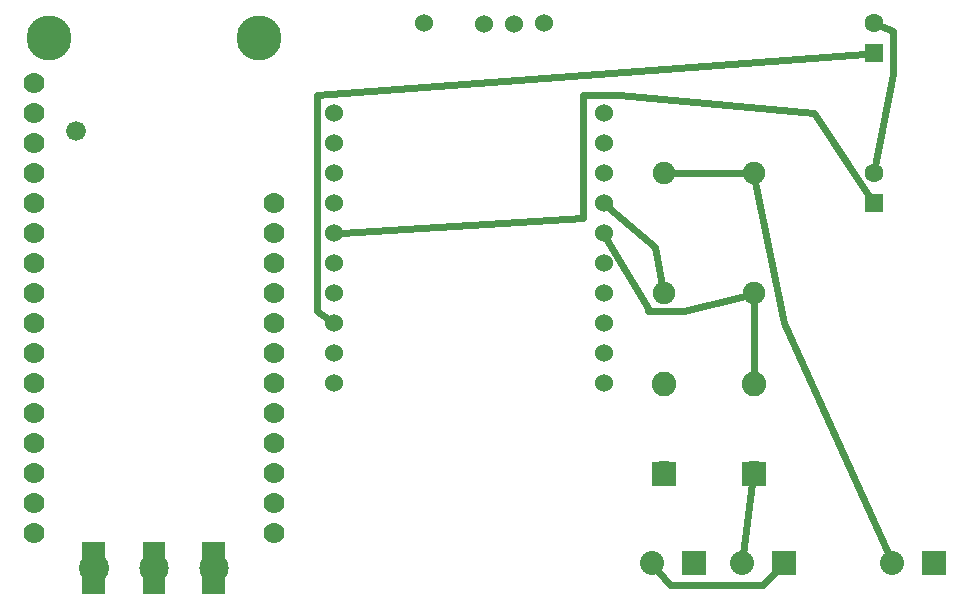
<source format=gbl>
G04 MADE WITH FRITZING*
G04 WWW.FRITZING.ORG*
G04 DOUBLE SIDED*
G04 HOLES PLATED*
G04 CONTOUR ON CENTER OF CONTOUR VECTOR*
%ASAXBY*%
%FSLAX23Y23*%
%MOIN*%
%OFA0B0*%
%SFA1.0B1.0*%
%ADD10C,0.082000*%
%ADD11C,0.062992*%
%ADD12C,0.080000*%
%ADD13C,0.060000*%
%ADD14C,0.075000*%
%ADD15C,0.070000*%
%ADD16C,0.098425*%
%ADD17C,0.150000*%
%ADD18C,0.100000*%
%ADD19C,0.066000*%
%ADD20R,0.082000X0.082000*%
%ADD21R,0.062992X0.062992*%
%ADD22R,0.080000X0.080000*%
%ADD23C,0.024000*%
%ADD24R,0.001000X0.001000*%
%LNCOPPER0*%
G90*
G70*
G54D10*
X2616Y710D03*
X2616Y1008D03*
X2316Y710D03*
X2316Y1008D03*
G54D11*
X3016Y2111D03*
X3016Y2210D03*
X3016Y1611D03*
X3016Y1710D03*
G54D12*
X3216Y410D03*
X3078Y410D03*
X2416Y410D03*
X2278Y410D03*
X2716Y410D03*
X2578Y410D03*
G54D13*
X1216Y1010D03*
X1216Y1110D03*
X1217Y1210D03*
X1217Y1310D03*
X1216Y1410D03*
X1216Y1510D03*
X1216Y1610D03*
X1216Y1710D03*
X1216Y1810D03*
X1216Y1910D03*
X2116Y1010D03*
X2116Y1110D03*
X2116Y1210D03*
X2116Y1310D03*
X2116Y1410D03*
X2116Y1510D03*
X2116Y1610D03*
X2116Y1710D03*
X2116Y1810D03*
X2116Y1910D03*
X1516Y2210D03*
X1716Y2209D03*
X1816Y2209D03*
X1916Y2210D03*
G54D14*
X2616Y1310D03*
X2616Y1710D03*
X2316Y1310D03*
X2316Y1710D03*
G54D15*
X1016Y1410D03*
G54D16*
X816Y395D03*
G54D17*
X266Y2160D03*
G54D16*
X618Y395D03*
G54D18*
X416Y395D03*
G54D19*
X356Y1850D03*
G54D15*
X1016Y1210D03*
X216Y2010D03*
X1016Y1610D03*
X216Y1910D03*
X216Y1810D03*
X216Y1710D03*
X216Y1610D03*
X216Y1510D03*
X216Y1410D03*
X1016Y1110D03*
X216Y1310D03*
X1016Y1310D03*
X216Y1210D03*
X1016Y1510D03*
X216Y1110D03*
G54D17*
X966Y2160D03*
G54D15*
X216Y1010D03*
X216Y910D03*
X216Y810D03*
X216Y710D03*
X216Y610D03*
X216Y510D03*
X1016Y510D03*
X1016Y610D03*
X1016Y710D03*
X1016Y810D03*
X1016Y910D03*
X1016Y1010D03*
G54D20*
X2616Y709D03*
X2316Y709D03*
G54D21*
X3016Y2111D03*
X3016Y1611D03*
G54D22*
X3216Y410D03*
X2416Y410D03*
X2716Y410D03*
G54D23*
X2612Y678D02*
X2582Y440D01*
D02*
X2817Y1910D02*
X2168Y1970D01*
D02*
X3001Y1633D02*
X2817Y1910D01*
D02*
X2168Y1970D02*
X2048Y1970D01*
D02*
X2048Y1970D02*
X2048Y1562D01*
D02*
X2048Y1562D02*
X1241Y1511D01*
D02*
X2135Y1593D02*
X2288Y1466D01*
D02*
X2288Y1466D02*
X2311Y1338D01*
D02*
X2616Y1040D02*
X2616Y1281D01*
D02*
X2129Y1488D02*
X2264Y1262D01*
D02*
X2264Y1262D02*
X2264Y1250D01*
D02*
X2264Y1250D02*
X2384Y1250D01*
D02*
X2384Y1250D02*
X2588Y1302D01*
D02*
X2588Y1710D02*
X2345Y1710D01*
D02*
X2718Y1211D02*
X2622Y1682D01*
D02*
X3066Y438D02*
X2718Y1211D01*
D02*
X1196Y1224D02*
X1160Y1250D01*
D02*
X1160Y1250D02*
X1160Y1970D01*
D02*
X1160Y1970D02*
X2989Y2109D01*
D02*
X2298Y385D02*
X2336Y338D01*
D02*
X2336Y338D02*
X2648Y338D01*
D02*
X2648Y338D02*
X2695Y387D01*
D02*
X3041Y2200D02*
X3080Y2186D01*
D02*
X3080Y2186D02*
X3080Y2042D01*
D02*
X3080Y2042D02*
X3021Y1736D01*
G54D24*
X378Y482D02*
X453Y482D01*
X378Y481D02*
X453Y481D01*
X581Y481D02*
X654Y481D01*
X779Y481D02*
X852Y481D01*
X378Y480D02*
X453Y480D01*
X581Y480D02*
X654Y480D01*
X779Y480D02*
X852Y480D01*
X378Y479D02*
X453Y479D01*
X581Y479D02*
X654Y479D01*
X779Y479D02*
X852Y479D01*
X378Y478D02*
X453Y478D01*
X581Y478D02*
X654Y478D01*
X779Y478D02*
X852Y478D01*
X378Y477D02*
X453Y477D01*
X581Y477D02*
X654Y477D01*
X779Y477D02*
X852Y477D01*
X378Y476D02*
X453Y476D01*
X581Y476D02*
X654Y476D01*
X779Y476D02*
X852Y476D01*
X378Y475D02*
X453Y475D01*
X581Y475D02*
X654Y475D01*
X779Y475D02*
X852Y475D01*
X378Y474D02*
X453Y474D01*
X581Y474D02*
X654Y474D01*
X779Y474D02*
X852Y474D01*
X378Y473D02*
X453Y473D01*
X581Y473D02*
X654Y473D01*
X779Y473D02*
X852Y473D01*
X378Y472D02*
X453Y472D01*
X581Y472D02*
X654Y472D01*
X779Y472D02*
X852Y472D01*
X378Y471D02*
X453Y471D01*
X581Y471D02*
X654Y471D01*
X779Y471D02*
X852Y471D01*
X378Y470D02*
X453Y470D01*
X581Y470D02*
X654Y470D01*
X779Y470D02*
X852Y470D01*
X378Y469D02*
X453Y469D01*
X581Y469D02*
X654Y469D01*
X779Y469D02*
X852Y469D01*
X378Y468D02*
X453Y468D01*
X581Y468D02*
X654Y468D01*
X779Y468D02*
X852Y468D01*
X378Y467D02*
X453Y467D01*
X581Y467D02*
X654Y467D01*
X779Y467D02*
X852Y467D01*
X378Y466D02*
X453Y466D01*
X581Y466D02*
X654Y466D01*
X779Y466D02*
X852Y466D01*
X378Y465D02*
X453Y465D01*
X581Y465D02*
X654Y465D01*
X779Y465D02*
X852Y465D01*
X378Y464D02*
X453Y464D01*
X581Y464D02*
X654Y464D01*
X779Y464D02*
X852Y464D01*
X378Y463D02*
X453Y463D01*
X581Y463D02*
X654Y463D01*
X779Y463D02*
X852Y463D01*
X378Y462D02*
X453Y462D01*
X581Y462D02*
X654Y462D01*
X779Y462D02*
X852Y462D01*
X378Y461D02*
X453Y461D01*
X581Y461D02*
X654Y461D01*
X779Y461D02*
X852Y461D01*
X378Y460D02*
X453Y460D01*
X581Y460D02*
X654Y460D01*
X779Y460D02*
X852Y460D01*
X378Y459D02*
X453Y459D01*
X581Y459D02*
X654Y459D01*
X779Y459D02*
X852Y459D01*
X378Y458D02*
X453Y458D01*
X581Y458D02*
X654Y458D01*
X779Y458D02*
X852Y458D01*
X378Y457D02*
X453Y457D01*
X581Y457D02*
X654Y457D01*
X779Y457D02*
X852Y457D01*
X378Y456D02*
X453Y456D01*
X581Y456D02*
X654Y456D01*
X779Y456D02*
X852Y456D01*
X378Y455D02*
X453Y455D01*
X581Y455D02*
X654Y455D01*
X779Y455D02*
X852Y455D01*
X378Y454D02*
X453Y454D01*
X581Y454D02*
X654Y454D01*
X779Y454D02*
X852Y454D01*
X378Y453D02*
X453Y453D01*
X581Y453D02*
X654Y453D01*
X779Y453D02*
X852Y453D01*
X378Y452D02*
X453Y452D01*
X581Y452D02*
X654Y452D01*
X779Y452D02*
X852Y452D01*
X378Y451D02*
X453Y451D01*
X581Y451D02*
X654Y451D01*
X779Y451D02*
X852Y451D01*
X378Y450D02*
X453Y450D01*
X581Y450D02*
X654Y450D01*
X779Y450D02*
X852Y450D01*
X378Y449D02*
X453Y449D01*
X581Y449D02*
X654Y449D01*
X779Y449D02*
X852Y449D01*
X378Y448D02*
X453Y448D01*
X581Y448D02*
X654Y448D01*
X779Y448D02*
X852Y448D01*
X378Y447D02*
X453Y447D01*
X581Y447D02*
X654Y447D01*
X779Y447D02*
X852Y447D01*
X378Y446D02*
X453Y446D01*
X581Y446D02*
X654Y446D01*
X779Y446D02*
X852Y446D01*
X378Y445D02*
X453Y445D01*
X581Y445D02*
X654Y445D01*
X779Y445D02*
X852Y445D01*
X378Y444D02*
X453Y444D01*
X581Y444D02*
X654Y444D01*
X779Y444D02*
X852Y444D01*
X378Y443D02*
X453Y443D01*
X581Y443D02*
X654Y443D01*
X779Y443D02*
X852Y443D01*
X378Y442D02*
X453Y442D01*
X581Y442D02*
X654Y442D01*
X779Y442D02*
X852Y442D01*
X378Y441D02*
X453Y441D01*
X581Y441D02*
X654Y441D01*
X779Y441D02*
X852Y441D01*
X378Y440D02*
X453Y440D01*
X581Y440D02*
X654Y440D01*
X779Y440D02*
X852Y440D01*
X378Y439D02*
X453Y439D01*
X581Y439D02*
X654Y439D01*
X779Y439D02*
X852Y439D01*
X378Y438D02*
X453Y438D01*
X581Y438D02*
X654Y438D01*
X779Y438D02*
X852Y438D01*
X378Y437D02*
X453Y437D01*
X581Y437D02*
X654Y437D01*
X779Y437D02*
X852Y437D01*
X378Y436D02*
X453Y436D01*
X581Y436D02*
X654Y436D01*
X779Y436D02*
X852Y436D01*
X378Y435D02*
X453Y435D01*
X581Y435D02*
X654Y435D01*
X779Y435D02*
X852Y435D01*
X378Y434D02*
X453Y434D01*
X581Y434D02*
X654Y434D01*
X779Y434D02*
X852Y434D01*
X378Y433D02*
X408Y433D01*
X423Y433D02*
X453Y433D01*
X581Y433D02*
X612Y433D01*
X623Y433D02*
X654Y433D01*
X779Y433D02*
X810Y433D01*
X821Y433D02*
X852Y433D01*
X378Y432D02*
X404Y432D01*
X427Y432D02*
X453Y432D01*
X581Y432D02*
X607Y432D01*
X628Y432D02*
X654Y432D01*
X779Y432D02*
X805Y432D01*
X826Y432D02*
X852Y432D01*
X378Y431D02*
X401Y431D01*
X430Y431D02*
X453Y431D01*
X581Y431D02*
X604Y431D01*
X631Y431D02*
X654Y431D01*
X779Y431D02*
X802Y431D01*
X829Y431D02*
X852Y431D01*
X378Y430D02*
X399Y430D01*
X432Y430D02*
X453Y430D01*
X581Y430D02*
X602Y430D01*
X633Y430D02*
X654Y430D01*
X779Y430D02*
X800Y430D01*
X831Y430D02*
X852Y430D01*
X378Y429D02*
X397Y429D01*
X434Y429D02*
X453Y429D01*
X581Y429D02*
X600Y429D01*
X635Y429D02*
X654Y429D01*
X779Y429D02*
X798Y429D01*
X833Y429D02*
X852Y429D01*
X378Y428D02*
X395Y428D01*
X436Y428D02*
X453Y428D01*
X581Y428D02*
X598Y428D01*
X637Y428D02*
X654Y428D01*
X779Y428D02*
X796Y428D01*
X835Y428D02*
X852Y428D01*
X378Y427D02*
X394Y427D01*
X438Y427D02*
X453Y427D01*
X581Y427D02*
X596Y427D01*
X639Y427D02*
X654Y427D01*
X779Y427D02*
X794Y427D01*
X837Y427D02*
X852Y427D01*
X378Y426D02*
X392Y426D01*
X439Y426D02*
X453Y426D01*
X581Y426D02*
X595Y426D01*
X640Y426D02*
X654Y426D01*
X779Y426D02*
X793Y426D01*
X838Y426D02*
X852Y426D01*
X378Y425D02*
X391Y425D01*
X440Y425D02*
X453Y425D01*
X581Y425D02*
X593Y425D01*
X642Y425D02*
X654Y425D01*
X779Y425D02*
X791Y425D01*
X840Y425D02*
X852Y425D01*
X378Y424D02*
X390Y424D01*
X441Y424D02*
X453Y424D01*
X581Y424D02*
X592Y424D01*
X643Y424D02*
X654Y424D01*
X779Y424D02*
X790Y424D01*
X841Y424D02*
X852Y424D01*
X378Y423D02*
X389Y423D01*
X442Y423D02*
X453Y423D01*
X581Y423D02*
X591Y423D01*
X644Y423D02*
X654Y423D01*
X779Y423D02*
X789Y423D01*
X842Y423D02*
X852Y423D01*
X378Y422D02*
X388Y422D01*
X443Y422D02*
X453Y422D01*
X581Y422D02*
X590Y422D01*
X645Y422D02*
X654Y422D01*
X779Y422D02*
X788Y422D01*
X843Y422D02*
X852Y422D01*
X378Y421D02*
X387Y421D01*
X444Y421D02*
X453Y421D01*
X581Y421D02*
X589Y421D01*
X646Y421D02*
X654Y421D01*
X779Y421D02*
X787Y421D01*
X844Y421D02*
X852Y421D01*
X378Y420D02*
X386Y420D01*
X445Y420D02*
X453Y420D01*
X581Y420D02*
X588Y420D01*
X647Y420D02*
X654Y420D01*
X779Y420D02*
X786Y420D01*
X845Y420D02*
X852Y420D01*
X378Y419D02*
X385Y419D01*
X446Y419D02*
X453Y419D01*
X581Y419D02*
X587Y419D01*
X647Y419D02*
X654Y419D01*
X779Y419D02*
X785Y419D01*
X845Y419D02*
X852Y419D01*
X378Y418D02*
X384Y418D01*
X447Y418D02*
X453Y418D01*
X581Y418D02*
X587Y418D01*
X648Y418D02*
X654Y418D01*
X779Y418D02*
X785Y418D01*
X846Y418D02*
X852Y418D01*
X378Y417D02*
X384Y417D01*
X447Y417D02*
X453Y417D01*
X581Y417D02*
X586Y417D01*
X649Y417D02*
X654Y417D01*
X779Y417D02*
X784Y417D01*
X847Y417D02*
X852Y417D01*
X378Y416D02*
X383Y416D01*
X448Y416D02*
X453Y416D01*
X581Y416D02*
X585Y416D01*
X650Y416D02*
X654Y416D01*
X779Y416D02*
X783Y416D01*
X848Y416D02*
X852Y416D01*
X378Y415D02*
X382Y415D01*
X449Y415D02*
X453Y415D01*
X581Y415D02*
X585Y415D01*
X650Y415D02*
X654Y415D01*
X779Y415D02*
X783Y415D01*
X848Y415D02*
X852Y415D01*
X378Y414D02*
X382Y414D01*
X449Y414D02*
X453Y414D01*
X581Y414D02*
X584Y414D01*
X651Y414D02*
X654Y414D01*
X779Y414D02*
X782Y414D01*
X849Y414D02*
X852Y414D01*
X378Y413D02*
X381Y413D01*
X450Y413D02*
X453Y413D01*
X581Y413D02*
X584Y413D01*
X651Y413D02*
X654Y413D01*
X779Y413D02*
X782Y413D01*
X849Y413D02*
X852Y413D01*
X378Y412D02*
X381Y412D01*
X450Y412D02*
X453Y412D01*
X581Y412D02*
X583Y412D01*
X652Y412D02*
X654Y412D01*
X779Y412D02*
X781Y412D01*
X850Y412D02*
X852Y412D01*
X378Y411D02*
X380Y411D01*
X451Y411D02*
X453Y411D01*
X581Y411D02*
X583Y411D01*
X652Y411D02*
X654Y411D01*
X779Y411D02*
X781Y411D01*
X850Y411D02*
X852Y411D01*
X378Y410D02*
X380Y410D01*
X451Y410D02*
X453Y410D01*
X581Y410D02*
X582Y410D01*
X653Y410D02*
X654Y410D01*
X779Y410D02*
X780Y410D01*
X851Y410D02*
X852Y410D01*
X378Y409D02*
X380Y409D01*
X451Y409D02*
X453Y409D01*
X581Y409D02*
X582Y409D01*
X653Y409D02*
X654Y409D01*
X779Y409D02*
X780Y409D01*
X851Y409D02*
X852Y409D01*
X378Y408D02*
X379Y408D01*
X452Y408D02*
X453Y408D01*
X581Y408D02*
X582Y408D01*
X653Y408D02*
X654Y408D01*
X779Y408D02*
X780Y408D01*
X851Y408D02*
X852Y408D01*
X378Y407D02*
X379Y407D01*
X452Y407D02*
X453Y407D01*
X581Y407D02*
X581Y407D01*
X654Y407D02*
X654Y407D01*
X779Y407D02*
X779Y407D01*
X852Y407D02*
X852Y407D01*
X378Y406D02*
X379Y406D01*
X452Y406D02*
X453Y406D01*
X581Y406D02*
X581Y406D01*
X654Y406D02*
X654Y406D01*
X779Y406D02*
X779Y406D01*
X852Y406D02*
X852Y406D01*
X378Y405D02*
X378Y405D01*
X453Y405D02*
X453Y405D01*
X581Y405D02*
X581Y405D01*
X654Y405D02*
X654Y405D01*
X779Y405D02*
X779Y405D01*
X852Y405D02*
X852Y405D01*
X378Y404D02*
X378Y404D01*
X453Y404D02*
X453Y404D01*
X378Y403D02*
X378Y403D01*
X453Y403D02*
X453Y403D01*
X378Y402D02*
X378Y402D01*
X453Y402D02*
X453Y402D01*
X378Y390D02*
X378Y390D01*
X453Y390D02*
X453Y390D01*
X378Y389D02*
X378Y389D01*
X453Y389D02*
X453Y389D01*
X378Y388D02*
X378Y388D01*
X453Y388D02*
X453Y388D01*
X378Y387D02*
X378Y387D01*
X453Y387D02*
X453Y387D01*
X581Y387D02*
X581Y387D01*
X654Y387D02*
X654Y387D01*
X779Y387D02*
X779Y387D01*
X852Y387D02*
X852Y387D01*
X378Y386D02*
X379Y386D01*
X452Y386D02*
X453Y386D01*
X581Y386D02*
X581Y386D01*
X654Y386D02*
X654Y386D01*
X779Y386D02*
X779Y386D01*
X852Y386D02*
X852Y386D01*
X378Y385D02*
X379Y385D01*
X452Y385D02*
X453Y385D01*
X581Y385D02*
X581Y385D01*
X654Y385D02*
X654Y385D01*
X779Y385D02*
X779Y385D01*
X852Y385D02*
X852Y385D01*
X378Y384D02*
X379Y384D01*
X452Y384D02*
X453Y384D01*
X581Y384D02*
X582Y384D01*
X653Y384D02*
X654Y384D01*
X779Y384D02*
X780Y384D01*
X851Y384D02*
X852Y384D01*
X378Y383D02*
X380Y383D01*
X452Y383D02*
X453Y383D01*
X581Y383D02*
X582Y383D01*
X653Y383D02*
X654Y383D01*
X779Y383D02*
X780Y383D01*
X851Y383D02*
X852Y383D01*
X378Y382D02*
X380Y382D01*
X451Y382D02*
X453Y382D01*
X581Y382D02*
X582Y382D01*
X653Y382D02*
X654Y382D01*
X779Y382D02*
X780Y382D01*
X851Y382D02*
X852Y382D01*
X378Y381D02*
X380Y381D01*
X451Y381D02*
X453Y381D01*
X581Y381D02*
X583Y381D01*
X652Y381D02*
X654Y381D01*
X779Y381D02*
X781Y381D01*
X850Y381D02*
X852Y381D01*
X378Y380D02*
X381Y380D01*
X450Y380D02*
X453Y380D01*
X581Y380D02*
X583Y380D01*
X652Y380D02*
X654Y380D01*
X779Y380D02*
X781Y380D01*
X850Y380D02*
X852Y380D01*
X378Y379D02*
X381Y379D01*
X450Y379D02*
X453Y379D01*
X581Y379D02*
X584Y379D01*
X651Y379D02*
X654Y379D01*
X779Y379D02*
X782Y379D01*
X849Y379D02*
X852Y379D01*
X378Y378D02*
X382Y378D01*
X449Y378D02*
X453Y378D01*
X581Y378D02*
X584Y378D01*
X651Y378D02*
X654Y378D01*
X779Y378D02*
X782Y378D01*
X849Y378D02*
X852Y378D01*
X378Y377D02*
X382Y377D01*
X449Y377D02*
X453Y377D01*
X581Y377D02*
X585Y377D01*
X650Y377D02*
X654Y377D01*
X779Y377D02*
X783Y377D01*
X848Y377D02*
X852Y377D01*
X378Y376D02*
X383Y376D01*
X448Y376D02*
X453Y376D01*
X581Y376D02*
X585Y376D01*
X650Y376D02*
X654Y376D01*
X779Y376D02*
X783Y376D01*
X848Y376D02*
X852Y376D01*
X378Y375D02*
X384Y375D01*
X447Y375D02*
X453Y375D01*
X581Y375D02*
X586Y375D01*
X649Y375D02*
X654Y375D01*
X779Y375D02*
X784Y375D01*
X847Y375D02*
X852Y375D01*
X378Y374D02*
X384Y374D01*
X447Y374D02*
X453Y374D01*
X581Y374D02*
X587Y374D01*
X648Y374D02*
X654Y374D01*
X779Y374D02*
X785Y374D01*
X846Y374D02*
X852Y374D01*
X378Y373D02*
X385Y373D01*
X446Y373D02*
X453Y373D01*
X581Y373D02*
X587Y373D01*
X648Y373D02*
X654Y373D01*
X779Y373D02*
X785Y373D01*
X846Y373D02*
X852Y373D01*
X378Y372D02*
X386Y372D01*
X445Y372D02*
X453Y372D01*
X581Y372D02*
X588Y372D01*
X647Y372D02*
X654Y372D01*
X779Y372D02*
X786Y372D01*
X845Y372D02*
X852Y372D01*
X378Y371D02*
X387Y371D01*
X444Y371D02*
X453Y371D01*
X581Y371D02*
X589Y371D01*
X646Y371D02*
X654Y371D01*
X779Y371D02*
X787Y371D01*
X844Y371D02*
X852Y371D01*
X378Y370D02*
X388Y370D01*
X443Y370D02*
X453Y370D01*
X581Y370D02*
X590Y370D01*
X645Y370D02*
X654Y370D01*
X779Y370D02*
X788Y370D01*
X843Y370D02*
X852Y370D01*
X378Y369D02*
X389Y369D01*
X443Y369D02*
X453Y369D01*
X581Y369D02*
X591Y369D01*
X644Y369D02*
X654Y369D01*
X779Y369D02*
X789Y369D01*
X842Y369D02*
X852Y369D01*
X378Y368D02*
X390Y368D01*
X441Y368D02*
X453Y368D01*
X581Y368D02*
X592Y368D01*
X643Y368D02*
X654Y368D01*
X779Y368D02*
X790Y368D01*
X841Y368D02*
X852Y368D01*
X378Y367D02*
X391Y367D01*
X440Y367D02*
X453Y367D01*
X581Y367D02*
X593Y367D01*
X642Y367D02*
X654Y367D01*
X779Y367D02*
X791Y367D01*
X840Y367D02*
X852Y367D01*
X378Y366D02*
X392Y366D01*
X439Y366D02*
X453Y366D01*
X581Y366D02*
X595Y366D01*
X640Y366D02*
X654Y366D01*
X779Y366D02*
X793Y366D01*
X838Y366D02*
X852Y366D01*
X378Y365D02*
X393Y365D01*
X438Y365D02*
X453Y365D01*
X581Y365D02*
X596Y365D01*
X639Y365D02*
X654Y365D01*
X779Y365D02*
X794Y365D01*
X837Y365D02*
X852Y365D01*
X378Y364D02*
X395Y364D01*
X436Y364D02*
X453Y364D01*
X581Y364D02*
X598Y364D01*
X637Y364D02*
X654Y364D01*
X779Y364D02*
X796Y364D01*
X835Y364D02*
X852Y364D01*
X378Y363D02*
X397Y363D01*
X435Y363D02*
X453Y363D01*
X581Y363D02*
X599Y363D01*
X636Y363D02*
X654Y363D01*
X779Y363D02*
X797Y363D01*
X834Y363D02*
X852Y363D01*
X378Y362D02*
X399Y362D01*
X433Y362D02*
X453Y362D01*
X581Y362D02*
X601Y362D01*
X634Y362D02*
X654Y362D01*
X779Y362D02*
X799Y362D01*
X832Y362D02*
X852Y362D01*
X378Y361D02*
X401Y361D01*
X430Y361D02*
X453Y361D01*
X581Y361D02*
X604Y361D01*
X631Y361D02*
X654Y361D01*
X779Y361D02*
X802Y361D01*
X829Y361D02*
X852Y361D01*
X378Y360D02*
X403Y360D01*
X428Y360D02*
X453Y360D01*
X581Y360D02*
X607Y360D01*
X628Y360D02*
X654Y360D01*
X779Y360D02*
X805Y360D01*
X826Y360D02*
X852Y360D01*
X378Y359D02*
X407Y359D01*
X424Y359D02*
X453Y359D01*
X581Y359D02*
X611Y359D01*
X624Y359D02*
X654Y359D01*
X779Y359D02*
X809Y359D01*
X822Y359D02*
X852Y359D01*
X378Y358D02*
X453Y358D01*
X581Y358D02*
X654Y358D01*
X779Y358D02*
X852Y358D01*
X378Y357D02*
X453Y357D01*
X581Y357D02*
X654Y357D01*
X779Y357D02*
X852Y357D01*
X378Y356D02*
X453Y356D01*
X581Y356D02*
X654Y356D01*
X779Y356D02*
X852Y356D01*
X378Y355D02*
X453Y355D01*
X581Y355D02*
X654Y355D01*
X779Y355D02*
X852Y355D01*
X378Y354D02*
X453Y354D01*
X581Y354D02*
X654Y354D01*
X779Y354D02*
X852Y354D01*
X378Y353D02*
X453Y353D01*
X581Y353D02*
X654Y353D01*
X779Y353D02*
X852Y353D01*
X378Y352D02*
X453Y352D01*
X581Y352D02*
X654Y352D01*
X779Y352D02*
X852Y352D01*
X378Y351D02*
X453Y351D01*
X581Y351D02*
X654Y351D01*
X779Y351D02*
X852Y351D01*
X378Y350D02*
X453Y350D01*
X581Y350D02*
X654Y350D01*
X779Y350D02*
X852Y350D01*
X378Y349D02*
X453Y349D01*
X581Y349D02*
X654Y349D01*
X779Y349D02*
X852Y349D01*
X378Y348D02*
X453Y348D01*
X581Y348D02*
X654Y348D01*
X779Y348D02*
X852Y348D01*
X378Y347D02*
X453Y347D01*
X581Y347D02*
X654Y347D01*
X779Y347D02*
X852Y347D01*
X378Y346D02*
X453Y346D01*
X581Y346D02*
X654Y346D01*
X779Y346D02*
X852Y346D01*
X378Y345D02*
X453Y345D01*
X581Y345D02*
X654Y345D01*
X779Y345D02*
X852Y345D01*
X378Y344D02*
X453Y344D01*
X581Y344D02*
X654Y344D01*
X779Y344D02*
X852Y344D01*
X378Y343D02*
X453Y343D01*
X581Y343D02*
X654Y343D01*
X779Y343D02*
X852Y343D01*
X378Y342D02*
X453Y342D01*
X581Y342D02*
X654Y342D01*
X779Y342D02*
X852Y342D01*
X378Y341D02*
X453Y341D01*
X581Y341D02*
X654Y341D01*
X779Y341D02*
X852Y341D01*
X378Y340D02*
X453Y340D01*
X581Y340D02*
X654Y340D01*
X779Y340D02*
X852Y340D01*
X378Y339D02*
X453Y339D01*
X581Y339D02*
X654Y339D01*
X779Y339D02*
X852Y339D01*
X378Y338D02*
X453Y338D01*
X581Y338D02*
X654Y338D01*
X779Y338D02*
X852Y338D01*
X378Y337D02*
X453Y337D01*
X581Y337D02*
X654Y337D01*
X779Y337D02*
X852Y337D01*
X378Y336D02*
X453Y336D01*
X581Y336D02*
X654Y336D01*
X779Y336D02*
X852Y336D01*
X378Y335D02*
X453Y335D01*
X581Y335D02*
X654Y335D01*
X779Y335D02*
X852Y335D01*
X378Y334D02*
X453Y334D01*
X581Y334D02*
X654Y334D01*
X779Y334D02*
X852Y334D01*
X378Y333D02*
X453Y333D01*
X581Y333D02*
X654Y333D01*
X779Y333D02*
X852Y333D01*
X378Y332D02*
X453Y332D01*
X581Y332D02*
X654Y332D01*
X779Y332D02*
X852Y332D01*
X378Y331D02*
X453Y331D01*
X581Y331D02*
X654Y331D01*
X779Y331D02*
X852Y331D01*
X378Y330D02*
X453Y330D01*
X581Y330D02*
X654Y330D01*
X779Y330D02*
X852Y330D01*
X378Y329D02*
X453Y329D01*
X581Y329D02*
X654Y329D01*
X779Y329D02*
X852Y329D01*
X378Y328D02*
X453Y328D01*
X581Y328D02*
X654Y328D01*
X779Y328D02*
X852Y328D01*
X378Y327D02*
X453Y327D01*
X581Y327D02*
X654Y327D01*
X779Y327D02*
X852Y327D01*
X378Y326D02*
X453Y326D01*
X581Y326D02*
X654Y326D01*
X779Y326D02*
X852Y326D01*
X378Y325D02*
X453Y325D01*
X581Y325D02*
X654Y325D01*
X779Y325D02*
X852Y325D01*
X378Y324D02*
X453Y324D01*
X581Y324D02*
X654Y324D01*
X779Y324D02*
X852Y324D01*
X378Y323D02*
X453Y323D01*
X581Y323D02*
X654Y323D01*
X779Y323D02*
X852Y323D01*
X378Y322D02*
X453Y322D01*
X581Y322D02*
X654Y322D01*
X779Y322D02*
X852Y322D01*
X378Y321D02*
X453Y321D01*
X581Y321D02*
X654Y321D01*
X779Y321D02*
X852Y321D01*
X378Y320D02*
X453Y320D01*
X581Y320D02*
X654Y320D01*
X779Y320D02*
X852Y320D01*
X378Y319D02*
X453Y319D01*
X581Y319D02*
X654Y319D01*
X779Y319D02*
X852Y319D01*
X378Y318D02*
X453Y318D01*
X581Y318D02*
X654Y318D01*
X779Y318D02*
X852Y318D01*
X378Y317D02*
X453Y317D01*
X581Y317D02*
X654Y317D01*
X779Y317D02*
X852Y317D01*
X378Y316D02*
X453Y316D01*
X581Y316D02*
X654Y316D01*
X779Y316D02*
X852Y316D01*
X378Y315D02*
X453Y315D01*
X581Y315D02*
X654Y315D01*
X779Y315D02*
X852Y315D01*
X378Y314D02*
X453Y314D01*
X581Y314D02*
X654Y314D01*
X779Y314D02*
X852Y314D01*
X378Y313D02*
X453Y313D01*
X581Y313D02*
X654Y313D01*
X779Y313D02*
X852Y313D01*
X378Y312D02*
X453Y312D01*
X581Y312D02*
X654Y312D01*
X779Y312D02*
X852Y312D01*
X378Y311D02*
X453Y311D01*
X581Y311D02*
X654Y311D01*
X779Y311D02*
X852Y311D01*
X378Y310D02*
X453Y310D01*
X581Y310D02*
X654Y310D01*
X779Y310D02*
X852Y310D01*
D02*
G04 End of Copper0*
M02*
</source>
